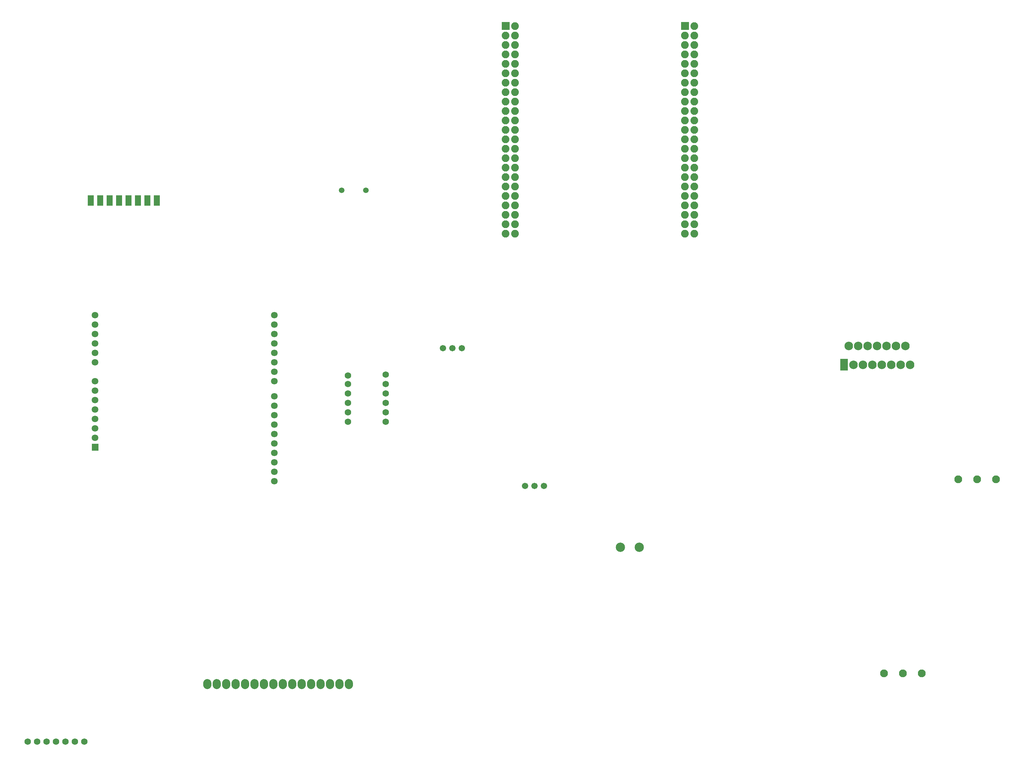
<source format=gbs>
G04 Layer: BottomSolderMaskLayer*
G04 EasyEDA v6.4.19.4, 2021-04-14T13:58:42--4:00*
G04 fa96b751c2d54882ab86a56ef34f2425,10*
G04 Gerber Generator version 0.2*
G04 Scale: 100 percent, Rotated: No, Reflected: No *
G04 Dimensions in millimeters *
G04 leading zeros omitted , absolute positions ,4 integer and 5 decimal *
%FSLAX45Y45*%
%MOMM*%

%ADD34C,2.2032*%
%ADD35C,2.5016*%
%ADD37C,2.3032*%
%ADD38C,1.5037*%
%ADD39C,1.7016*%
%ADD47C,1.8032*%
%ADD49C,1.7272*%
%ADD50C,2.1016*%
%ADD52C,2.0828*%

%LPD*%
D34*
X7645400Y-16281001D02*
G01*
X7645400Y-16231001D01*
X7899400Y-16281001D02*
G01*
X7899400Y-16231001D01*
X8153400Y-16281001D02*
G01*
X8153400Y-16231001D01*
X8407400Y-16281001D02*
G01*
X8407400Y-16231001D01*
X8661400Y-16281001D02*
G01*
X8661400Y-16231001D01*
X8915400Y-16281001D02*
G01*
X8915400Y-16231001D01*
X9169400Y-16281001D02*
G01*
X9169400Y-16231001D01*
X9423400Y-16281001D02*
G01*
X9423400Y-16231001D01*
X9677400Y-16281001D02*
G01*
X9677400Y-16231001D01*
X9931400Y-16281001D02*
G01*
X9931400Y-16231001D01*
X10185400Y-16281001D02*
G01*
X10185400Y-16230998D01*
X10439400Y-16281001D02*
G01*
X10439400Y-16230998D01*
X10693400Y-16281001D02*
G01*
X10693400Y-16230998D01*
X10947400Y-16281001D02*
G01*
X10947400Y-16230998D01*
X11201400Y-16281001D02*
G01*
X11201400Y-16230998D01*
X11455400Y-16281001D02*
G01*
X11455400Y-16230998D01*
D35*
G01*
X18757900Y-12573000D03*
G01*
X19265900Y-12573000D03*
G36*
X24677624Y-7818373D02*
G01*
X24677624Y-7497826D01*
X24877775Y-7497826D01*
X24877775Y-7818373D01*
G37*
D37*
G01*
X24904700Y-7150100D03*
G01*
X25031700Y-7658100D03*
G01*
X25158700Y-7150100D03*
G01*
X25285700Y-7658100D03*
G01*
X25412700Y-7150100D03*
G01*
X25539700Y-7658100D03*
G01*
X25666700Y-7150100D03*
G01*
X25793700Y-7658100D03*
G01*
X25920700Y-7150100D03*
G01*
X26047700Y-7658100D03*
G01*
X26174700Y-7150100D03*
G01*
X26301700Y-7658100D03*
G01*
X26428700Y-7150100D03*
G01*
X26555700Y-7658100D03*
D38*
G01*
X11257279Y-2959100D03*
G01*
X11907520Y-2959100D03*
D39*
G01*
X13982700Y-7213600D03*
G01*
X14236700Y-7213600D03*
G01*
X14490700Y-7213600D03*
G01*
X16192500Y-10922000D03*
G01*
X16446500Y-10922000D03*
G01*
X16700500Y-10922000D03*
G36*
X6205474Y-3376168D02*
G01*
X6205474Y-3101086D01*
X6367525Y-3101086D01*
X6367525Y-3376168D01*
G37*
G36*
X5951474Y-3376168D02*
G01*
X5951474Y-3101086D01*
X6113525Y-3101086D01*
X6113525Y-3376168D01*
G37*
G36*
X5697474Y-3376168D02*
G01*
X5697474Y-3101086D01*
X5859525Y-3101086D01*
X5859525Y-3376168D01*
G37*
G36*
X5443474Y-3376168D02*
G01*
X5443474Y-3101086D01*
X5605525Y-3101086D01*
X5605525Y-3376168D01*
G37*
G36*
X5189474Y-3376168D02*
G01*
X5189474Y-3101086D01*
X5351525Y-3101086D01*
X5351525Y-3376168D01*
G37*
G36*
X4935474Y-3376168D02*
G01*
X4935474Y-3101086D01*
X5097525Y-3101086D01*
X5097525Y-3376168D01*
G37*
G36*
X4681474Y-3376168D02*
G01*
X4681474Y-3101086D01*
X4843525Y-3101086D01*
X4843525Y-3376168D01*
G37*
G36*
X4427474Y-3376168D02*
G01*
X4427474Y-3101086D01*
X4589525Y-3101086D01*
X4589525Y-3376168D01*
G37*
D47*
G01*
X9448800Y-10794796D03*
G01*
X9448800Y-10540796D03*
G36*
X4532629Y-9971024D02*
G01*
X4532629Y-9790684D01*
X4712970Y-9790684D01*
X4712970Y-9971024D01*
G37*
G01*
X9448800Y-6832803D03*
G01*
X4622800Y-9626803D03*
G01*
X9448800Y-7086803D03*
G01*
X4622800Y-9372803D03*
G01*
X9448800Y-7340803D03*
G01*
X4622800Y-9118803D03*
G01*
X9448800Y-7594803D03*
G01*
X4622800Y-8864803D03*
G01*
X9448800Y-7848803D03*
G01*
X4622800Y-8610803D03*
G01*
X9448800Y-8102803D03*
G01*
X4622800Y-8356803D03*
G01*
X9448800Y-8508796D03*
G01*
X4622800Y-8102803D03*
G01*
X9448800Y-8762796D03*
G01*
X4622800Y-7594803D03*
G01*
X9448800Y-9016796D03*
G01*
X4622800Y-7340803D03*
G01*
X9448800Y-9270796D03*
G01*
X4622800Y-7086803D03*
G01*
X9448800Y-9524796D03*
G01*
X4622800Y-6832803D03*
G01*
X9448800Y-9778796D03*
G01*
X4622800Y-6578803D03*
G01*
X9448800Y-10032796D03*
G01*
X4622800Y-6324803D03*
G01*
X9448800Y-10286796D03*
G01*
X9448800Y-6324803D03*
G01*
X9448800Y-6578803D03*
D49*
G01*
X2806700Y-17805400D03*
G01*
X3060700Y-17805400D03*
G01*
X3314700Y-17805400D03*
G01*
X3568700Y-17805400D03*
G01*
X3822700Y-17805400D03*
G01*
X4076700Y-17805400D03*
G01*
X4330700Y-17805400D03*
G01*
X11430000Y-7950200D03*
G01*
X11430000Y-8178800D03*
G01*
X11430000Y-8432800D03*
G01*
X11430000Y-8686800D03*
G01*
X11430000Y-8940800D03*
G01*
X11430000Y-9194800D03*
G01*
X12446000Y-9194800D03*
G01*
X12446000Y-8940800D03*
G01*
X12446000Y-8686800D03*
G01*
X12446000Y-8432800D03*
G01*
X12446000Y-8178800D03*
G01*
X12446000Y-7924800D03*
D50*
G01*
X27851100Y-10744200D03*
G01*
X28359100Y-10744200D03*
G01*
X28867100Y-10744200D03*
G01*
X25857200Y-15963900D03*
G01*
X26365200Y-15963900D03*
G01*
X26873200Y-15963900D03*
G36*
X15567659Y1356360D02*
G01*
X15567659Y1564639D01*
X15775940Y1564639D01*
X15775940Y1356360D01*
G37*
D52*
G01*
X15925800Y1460500D03*
G01*
X15671800Y1206500D03*
G01*
X15925800Y1206500D03*
G01*
X15671800Y952500D03*
G01*
X15925800Y952500D03*
G01*
X15671800Y698500D03*
G01*
X15925800Y698500D03*
G01*
X15671800Y444500D03*
G01*
X15925800Y444500D03*
G01*
X15671800Y190500D03*
G01*
X15925800Y190500D03*
G01*
X15671800Y-63500D03*
G01*
X15925800Y-63500D03*
G01*
X15671800Y-317500D03*
G01*
X15925800Y-317500D03*
G01*
X15671800Y-571500D03*
G01*
X15925800Y-571500D03*
G01*
X15671800Y-825500D03*
G01*
X15925800Y-825500D03*
G01*
X15671800Y-1079500D03*
G01*
X15925800Y-1079500D03*
G01*
X15671800Y-1333500D03*
G01*
X15925800Y-1333500D03*
G01*
X15671800Y-1587500D03*
G01*
X15925800Y-1587500D03*
G01*
X15671800Y-1841500D03*
G01*
X15925800Y-1841500D03*
G01*
X15671800Y-2095500D03*
G01*
X15925800Y-2095500D03*
G01*
X15671800Y-2349500D03*
G01*
X15925800Y-2349500D03*
G01*
X15671800Y-2603500D03*
G01*
X15925800Y-2603500D03*
G01*
X15671800Y-2857500D03*
G01*
X15925800Y-2857500D03*
G01*
X15671800Y-3111500D03*
G01*
X15925800Y-3111500D03*
G01*
X15671800Y-3365500D03*
G01*
X15925800Y-3365500D03*
G01*
X15671800Y-3619500D03*
G01*
X15925800Y-3619500D03*
G01*
X15671800Y-3873500D03*
G01*
X15925800Y-3873500D03*
G01*
X15671800Y-4127500D03*
G01*
X15925800Y-4127500D03*
G36*
X20393659Y1356360D02*
G01*
X20393659Y1564639D01*
X20601940Y1564639D01*
X20601940Y1356360D01*
G37*
G01*
X20751800Y1460500D03*
G01*
X20497800Y1206500D03*
G01*
X20751800Y1206500D03*
G01*
X20497800Y952500D03*
G01*
X20751800Y952500D03*
G01*
X20497800Y698500D03*
G01*
X20751800Y698500D03*
G01*
X20497800Y444500D03*
G01*
X20751800Y444500D03*
G01*
X20497800Y190500D03*
G01*
X20751800Y190500D03*
G01*
X20497800Y-63500D03*
G01*
X20751800Y-63500D03*
G01*
X20497800Y-317500D03*
G01*
X20751800Y-317500D03*
G01*
X20497800Y-571500D03*
G01*
X20751800Y-571500D03*
G01*
X20497800Y-825500D03*
G01*
X20751800Y-825500D03*
G01*
X20497800Y-1079500D03*
G01*
X20751800Y-1079500D03*
G01*
X20497800Y-1333500D03*
G01*
X20751800Y-1333500D03*
G01*
X20497800Y-1587500D03*
G01*
X20751800Y-1587500D03*
G01*
X20497800Y-1841500D03*
G01*
X20751800Y-1841500D03*
G01*
X20497800Y-2095500D03*
G01*
X20751800Y-2095500D03*
G01*
X20497800Y-2349500D03*
G01*
X20751800Y-2349500D03*
G01*
X20497800Y-2603500D03*
G01*
X20751800Y-2603500D03*
G01*
X20497800Y-2857500D03*
G01*
X20751800Y-2857500D03*
G01*
X20497800Y-3111500D03*
G01*
X20751800Y-3111500D03*
G01*
X20497800Y-3365500D03*
G01*
X20751800Y-3365500D03*
G01*
X20497800Y-3619500D03*
G01*
X20751800Y-3619500D03*
G01*
X20497800Y-3873500D03*
G01*
X20751800Y-3873500D03*
G01*
X20497800Y-4127500D03*
G01*
X20751800Y-4127500D03*
M02*

</source>
